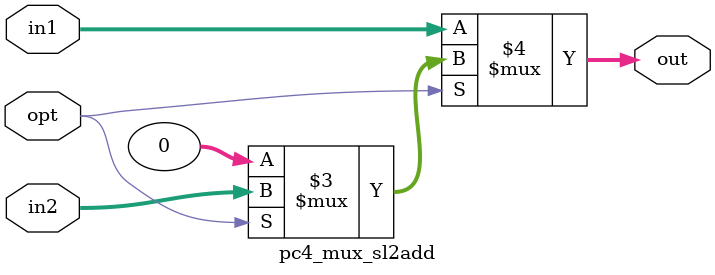
<source format=v>
module pc4_mux_sl2add(in1,in2,opt,out);

input [0:31] in1;
input [0:31] in2;
input opt;
output [0:31] out;

assign out = opt == 0? in1:
	opt == 1? in2 : 0;

endmodule
</source>
